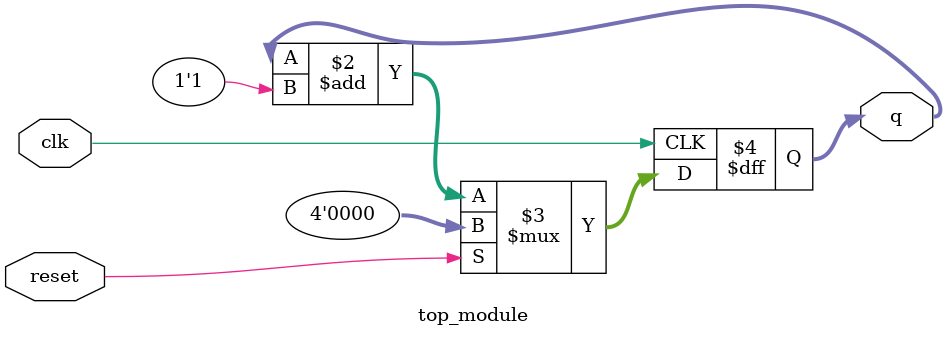
<source format=v>
module top_module (
    input clk,
    input reset,      // Synchronous active-high reset
    output [3:0] q);

    always @(posedge clk) begin
        q <= (reset) ? 4'b0: q+1'b1;
    end
endmodule
</source>
